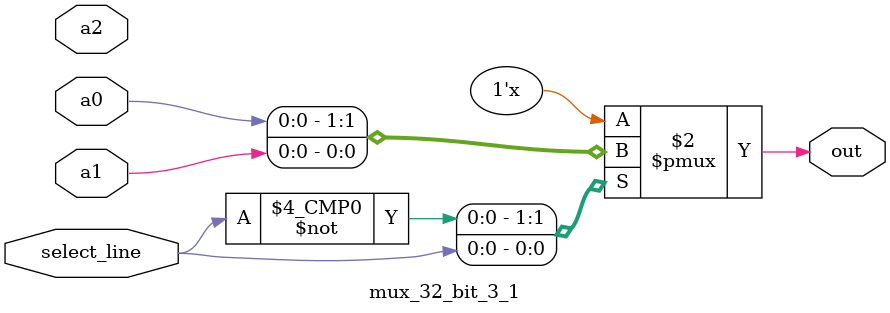
<source format=v>
`timescale 1ns / 1ps


module mux_32_bit_3_1 (input [31:0] a0, input [31:0] a1, input [31:0] a2, input select_line, output out);
    always @(*) begin 
        case (select_line)
            2'b00: out = a0;
            2'b01: out = a1;
            2'b10: out = a2;
        endcase
    end
endmodule
</source>
